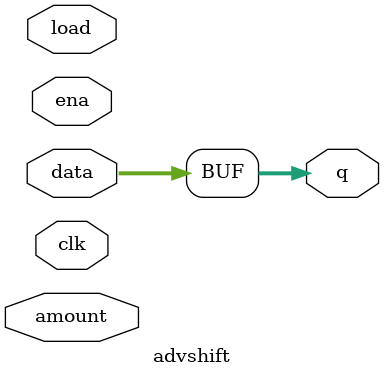
<source format=v>
module advshift(input clk,
input load,
input ena,
input [1:0] amount,
input [63:0] data,
output reg [63:0] q); 
// when load is high, assign data[63:0] to shift register q.
// if ena is high, shift q.
// amount: Chooses which direction and how much to shift.
// 2'b00: shift left by 1 bit.
// 2'b01: shift left by 8 bits.
// 2'b10: shift right by 1 bit.
// 2'b11: shift right by 8 bits.


assign q = data[63:0];

reg [63:0] q_out;

always @(posedge clk)
begin
  if (ena) q_out = q;
  if (load) q_out = data[63:0];
end
endmodule

</source>
